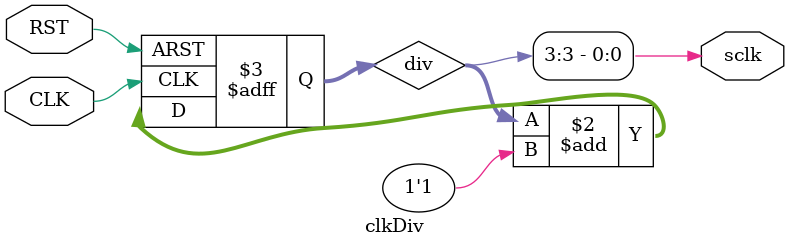
<source format=v>

	module clkDiv(
		input CLK,		// input clock
		input RST,		// reset signal
		output sclk	 // 12.5 Mhz divided clock
		);
		reg [3:0] div;											//used to count how many clocks cycles have passed

		always @(posedge CLK or posedge RST)
		begin
			if(RST)
				div <= 1'b0;
			else
				div <= div + 1'b1;
		end
			 
		assign sclk = div[3];	// assigning clk12 output to synced to the third bit in register div
		
	endmodule

</source>
